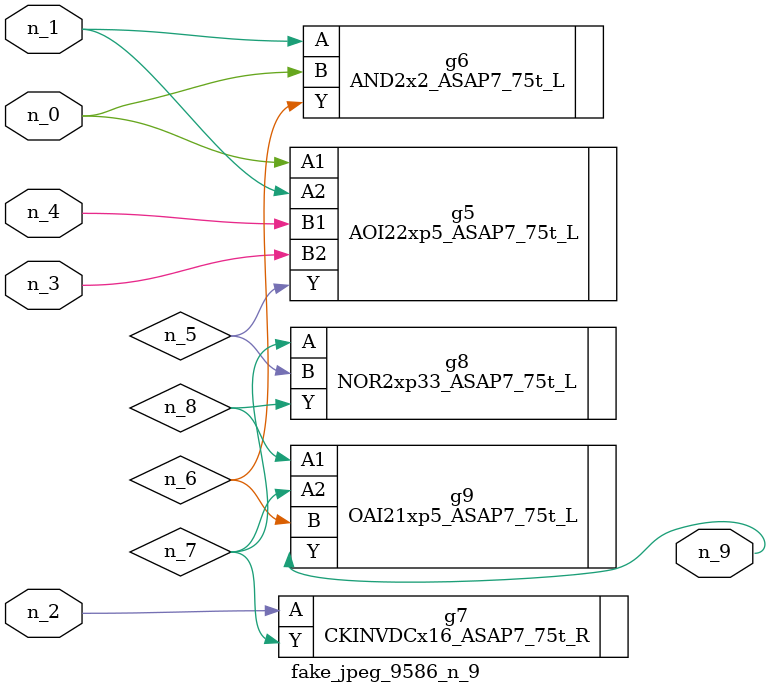
<source format=v>
module fake_jpeg_9586_n_9 (n_3, n_2, n_1, n_0, n_4, n_9);

input n_3;
input n_2;
input n_1;
input n_0;
input n_4;

output n_9;

wire n_8;
wire n_6;
wire n_5;
wire n_7;

AOI22xp5_ASAP7_75t_L g5 ( 
.A1(n_0),
.A2(n_1),
.B1(n_4),
.B2(n_3),
.Y(n_5)
);

AND2x2_ASAP7_75t_L g6 ( 
.A(n_1),
.B(n_0),
.Y(n_6)
);

CKINVDCx16_ASAP7_75t_R g7 ( 
.A(n_2),
.Y(n_7)
);

NOR2xp33_ASAP7_75t_L g8 ( 
.A(n_7),
.B(n_5),
.Y(n_8)
);

OAI21xp5_ASAP7_75t_L g9 ( 
.A1(n_8),
.A2(n_7),
.B(n_6),
.Y(n_9)
);


endmodule
</source>
